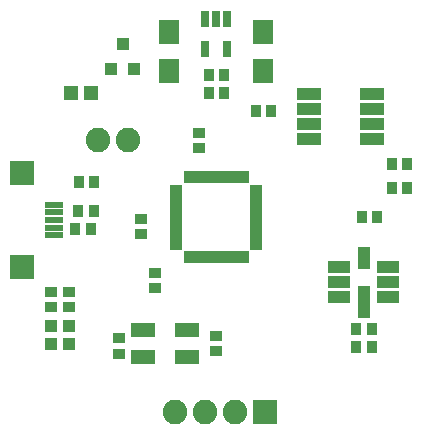
<source format=gts>
G75*
G70*
%OFA0B0*%
%FSLAX24Y24*%
%IPPOS*%
%LPD*%
%AMOC8*
5,1,8,0,0,1.08239X$1,22.5*
%
%ADD10R,0.0395X0.0198*%
%ADD11R,0.0198X0.0395*%
%ADD12R,0.0828X0.0513*%
%ADD13R,0.0434X0.0356*%
%ADD14R,0.0631X0.0218*%
%ADD15R,0.0828X0.0789*%
%ADD16R,0.0356X0.0434*%
%ADD17R,0.0297X0.0552*%
%ADD18R,0.0710X0.0828*%
%ADD19R,0.0395X0.0434*%
%ADD20R,0.0513X0.0474*%
%ADD21R,0.0395X0.0395*%
%ADD22R,0.0820X0.0820*%
%ADD23C,0.0820*%
%ADD24R,0.0789X0.0395*%
%ADD25R,0.0395X0.1064*%
%ADD26R,0.0395X0.0737*%
%ADD27R,0.0737X0.0395*%
D10*
X006489Y006843D03*
X006489Y007040D03*
X006489Y007237D03*
X006489Y007433D03*
X006489Y007630D03*
X006489Y007827D03*
X006489Y008024D03*
X006489Y008221D03*
X006489Y008418D03*
X006489Y008615D03*
X006489Y008811D03*
X009166Y008811D03*
X009166Y008615D03*
X009166Y008418D03*
X009166Y008221D03*
X009166Y008024D03*
X009166Y007827D03*
X009166Y007630D03*
X009166Y007433D03*
X009166Y007237D03*
X009166Y007040D03*
X009166Y006843D03*
D11*
X008811Y006489D03*
X008615Y006489D03*
X008418Y006489D03*
X008221Y006489D03*
X008024Y006489D03*
X007827Y006489D03*
X007630Y006489D03*
X007433Y006489D03*
X007237Y006489D03*
X007040Y006489D03*
X006843Y006489D03*
X006843Y009166D03*
X007040Y009166D03*
X007237Y009166D03*
X007433Y009166D03*
X007630Y009166D03*
X007827Y009166D03*
X008024Y009166D03*
X008221Y009166D03*
X008418Y009166D03*
X008615Y009166D03*
X008811Y009166D03*
D12*
X006844Y004059D03*
X006844Y003154D03*
X005388Y003154D03*
X005388Y004059D03*
D13*
X004575Y003782D03*
X004575Y003270D03*
X002906Y004815D03*
X002906Y005327D03*
X002315Y005327D03*
X002315Y004815D03*
X005327Y007255D03*
X005327Y007767D03*
X005796Y005965D03*
X005796Y005453D03*
X007813Y003863D03*
X007813Y003351D03*
X007237Y010130D03*
X007237Y010642D03*
D14*
X002412Y008241D03*
X002412Y007985D03*
X002412Y007729D03*
X002412Y007473D03*
X002412Y007217D03*
D15*
X001369Y006154D03*
X001369Y009304D03*
D16*
X003241Y009008D03*
X003752Y009008D03*
X003744Y008044D03*
X003232Y008044D03*
X003133Y007429D03*
X003645Y007429D03*
X007571Y011961D03*
X008083Y011961D03*
X008083Y012552D03*
X007571Y012552D03*
X009146Y011370D03*
X009658Y011370D03*
X012689Y007827D03*
X013201Y007827D03*
X013674Y008811D03*
X014185Y008811D03*
X014185Y009599D03*
X013674Y009599D03*
X013004Y004087D03*
X012493Y004087D03*
X012493Y003496D03*
X013004Y003496D03*
D17*
X008201Y013418D03*
X007453Y013418D03*
X007453Y014441D03*
X007827Y014441D03*
X008201Y014441D03*
D18*
X009402Y013989D03*
X009402Y012689D03*
X006252Y012689D03*
X006252Y013989D03*
D19*
X005083Y012764D03*
X004335Y012764D03*
X004709Y013591D03*
D20*
X003650Y011961D03*
X002981Y011961D03*
D21*
X002315Y003595D03*
X002315Y004185D03*
X002906Y004185D03*
X002906Y003595D03*
D22*
X009464Y001319D03*
D23*
X008464Y001319D03*
X007464Y001319D03*
X006464Y001319D03*
X004874Y010386D03*
X003874Y010386D03*
D24*
X010911Y010424D03*
X010911Y010924D03*
X010911Y011424D03*
X010911Y011924D03*
X013011Y011924D03*
X013011Y011424D03*
X013011Y010924D03*
X013011Y010424D03*
D25*
X012748Y005012D03*
D26*
X012748Y006475D03*
D27*
X011935Y006162D03*
X011935Y005662D03*
X011935Y005162D03*
X013561Y005162D03*
X013561Y005662D03*
X013561Y006162D03*
M02*

</source>
